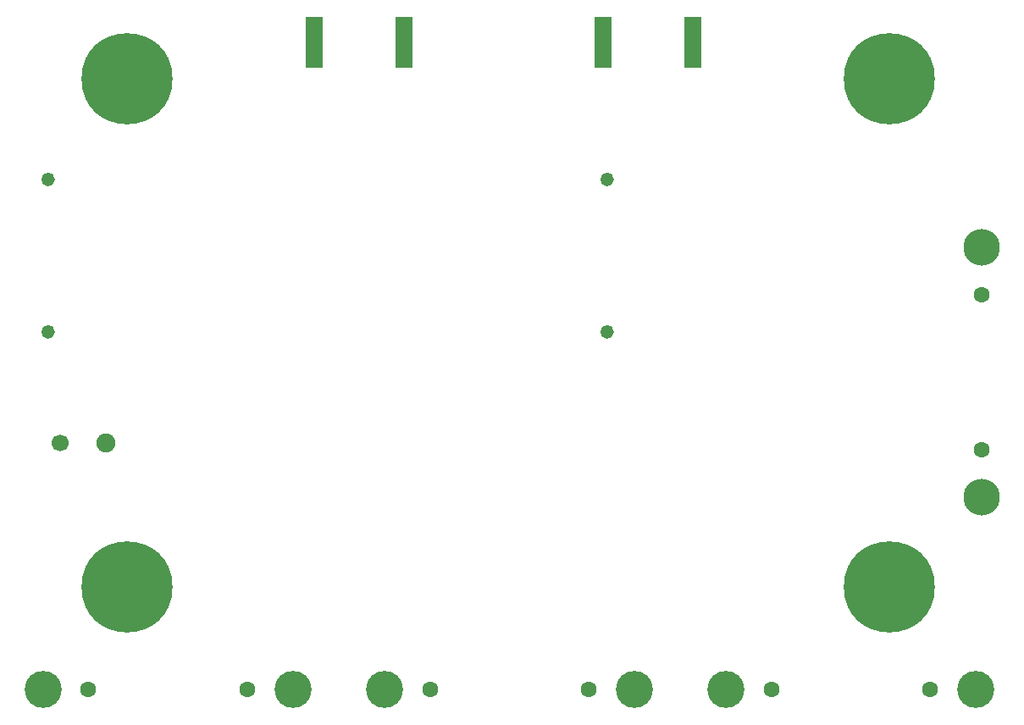
<source format=gbs>
G04 #@! TF.GenerationSoftware,KiCad,Pcbnew,(5.1.6)-1*
G04 #@! TF.CreationDate,2022-01-17T18:14:53-08:00*
G04 #@! TF.ProjectId,Attenuator Controller Board,41747465-6e75-4617-946f-7220436f6e74,rev?*
G04 #@! TF.SameCoordinates,Original*
G04 #@! TF.FileFunction,Soldermask,Bot*
G04 #@! TF.FilePolarity,Negative*
%FSLAX46Y46*%
G04 Gerber Fmt 4.6, Leading zero omitted, Abs format (unit mm)*
G04 Created by KiCad (PCBNEW (5.1.6)-1) date 2022-01-17 18:14:53*
%MOMM*%
%LPD*%
G01*
G04 APERTURE LIST*
%ADD10C,0.100000*%
%ADD11C,1.600000*%
%ADD12C,3.700000*%
%ADD13C,1.290000*%
%ADD14C,3.656000*%
%ADD15R,1.770000X5.100000*%
%ADD16C,1.900000*%
%ADD17C,1.700000*%
%ADD18C,9.100000*%
G04 APERTURE END LIST*
D10*
X104516000Y-86270000D02*
G75*
G03*
X104516000Y-86270000I-646000J0D01*
G01*
X160396000Y-86270000D02*
G75*
G03*
X160396000Y-86270000I-646000J0D01*
G01*
X104516000Y-101510000D02*
G75*
G03*
X104516000Y-101510000I-646000J0D01*
G01*
X160396000Y-101510000D02*
G75*
G03*
X160396000Y-101510000I-646000J0D01*
G01*
D11*
X157941400Y-137231000D03*
X142041400Y-137231000D03*
D12*
X162491400Y-137231000D03*
X137491400Y-137231000D03*
D13*
X103870000Y-101510000D03*
X159750000Y-101510000D03*
X103870000Y-86270000D03*
X159750000Y-86270000D03*
D11*
X192072801Y-137231000D03*
X176172801Y-137231000D03*
D12*
X196622801Y-137231000D03*
X171622801Y-137231000D03*
D11*
X123810000Y-137231000D03*
X107910000Y-137231000D03*
D12*
X128360000Y-137231000D03*
X103360000Y-137231000D03*
D11*
X197201200Y-97805700D03*
X197201200Y-113274300D03*
D14*
X197201200Y-93043200D03*
X197201200Y-118036800D03*
D15*
X130485000Y-72560000D03*
X139435000Y-72560000D03*
X159355000Y-72560000D03*
X168305000Y-72560000D03*
D16*
X109620000Y-112590000D03*
D17*
X105120000Y-112590000D03*
D18*
X187960000Y-76200000D03*
X111760000Y-76200000D03*
X187960000Y-127000000D03*
X111760000Y-127000000D03*
M02*

</source>
